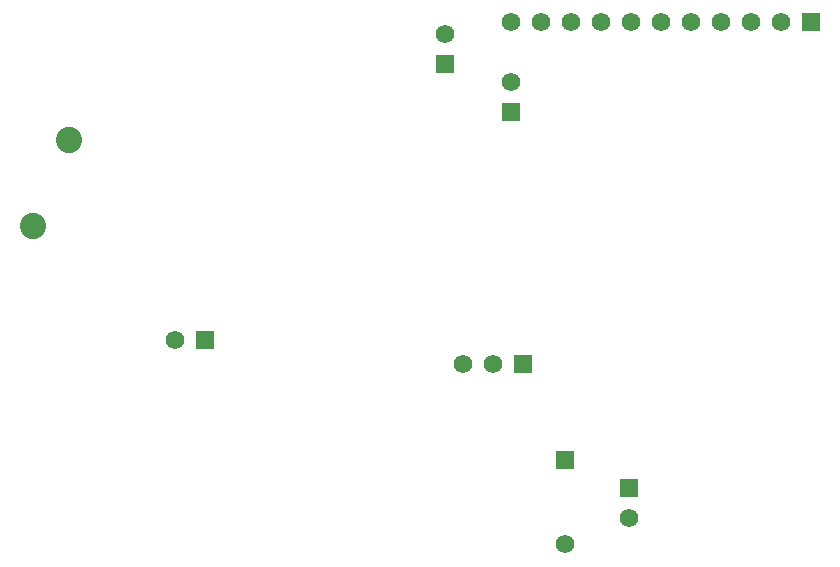
<source format=gbs>
G04*
G04 #@! TF.GenerationSoftware,Altium Limited,Altium Designer,21.4.1 (30)*
G04*
G04 Layer_Color=16711935*
%FSLAX44Y44*%
%MOMM*%
G71*
G04*
G04 #@! TF.SameCoordinates,F062A0B2-1153-48B6-B7C1-D9BF76563F52*
G04*
G04*
G04 #@! TF.FilePolarity,Negative*
G04*
G01*
G75*
%ADD74R,1.5760X1.5760*%
%ADD75C,1.5760*%
%ADD76C,2.2210*%
%ADD77R,1.5760X1.5760*%
D74*
X1295400Y944880D02*
D03*
X1051560Y655320D02*
D03*
X782320Y675640D02*
D03*
D75*
X1270000Y944880D02*
D03*
X1244600D02*
D03*
X1219200D02*
D03*
X1193800D02*
D03*
X1087120Y502980D02*
D03*
X1026160Y655320D02*
D03*
X1000760D02*
D03*
X1041400Y944880D02*
D03*
X1066800D02*
D03*
X1092200D02*
D03*
X1117600D02*
D03*
X1143000D02*
D03*
X1168400D02*
D03*
X1141884Y525400D02*
D03*
X756920Y675640D02*
D03*
X1041400Y894080D02*
D03*
X985520Y934720D02*
D03*
D76*
X667202Y845553D02*
D03*
X636970Y772566D02*
D03*
D77*
X1087120Y573980D02*
D03*
X1141884Y550799D02*
D03*
X1041400Y868680D02*
D03*
X985520Y909320D02*
D03*
M02*

</source>
